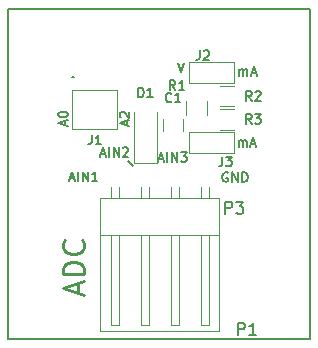
<source format=gbr>
G04 #@! TF.FileFunction,Legend,Top*
%FSLAX46Y46*%
G04 Gerber Fmt 4.6, Leading zero omitted, Abs format (unit mm)*
G04 Created by KiCad (PCBNEW 4.0.6) date 12/07/19 10:22:01*
%MOMM*%
%LPD*%
G01*
G04 APERTURE LIST*
%ADD10C,0.100000*%
%ADD11C,0.150000*%
%ADD12C,0.250000*%
%ADD13C,0.120000*%
G04 APERTURE END LIST*
D10*
D11*
X144086000Y-68475000D02*
X144261000Y-68475000D01*
X158200286Y-74411905D02*
X158200286Y-73878571D01*
X158200286Y-73954762D02*
X158238381Y-73916667D01*
X158314572Y-73878571D01*
X158428858Y-73878571D01*
X158505048Y-73916667D01*
X158543143Y-73992857D01*
X158543143Y-74411905D01*
X158543143Y-73992857D02*
X158581239Y-73916667D01*
X158657429Y-73878571D01*
X158771715Y-73878571D01*
X158847905Y-73916667D01*
X158886000Y-73992857D01*
X158886000Y-74411905D01*
X159228858Y-74183333D02*
X159609810Y-74183333D01*
X159152667Y-74411905D02*
X159419334Y-73611905D01*
X159686001Y-74411905D01*
X158250286Y-68386905D02*
X158250286Y-67853571D01*
X158250286Y-67929762D02*
X158288381Y-67891667D01*
X158364572Y-67853571D01*
X158478858Y-67853571D01*
X158555048Y-67891667D01*
X158593143Y-67967857D01*
X158593143Y-68386905D01*
X158593143Y-67967857D02*
X158631239Y-67891667D01*
X158707429Y-67853571D01*
X158821715Y-67853571D01*
X158897905Y-67891667D01*
X158936000Y-67967857D01*
X158936000Y-68386905D01*
X159278858Y-68158333D02*
X159659810Y-68158333D01*
X159202667Y-68386905D02*
X159469334Y-67586905D01*
X159736001Y-68386905D01*
X153019333Y-67311905D02*
X153286000Y-68111905D01*
X153552667Y-67311905D01*
X148836000Y-75650000D02*
X149236000Y-76050000D01*
X148694333Y-72596428D02*
X148694333Y-72215476D01*
X148922905Y-72672619D02*
X148122905Y-72405952D01*
X148922905Y-72139285D01*
X148199095Y-71910714D02*
X148161000Y-71872619D01*
X148122905Y-71796428D01*
X148122905Y-71605952D01*
X148161000Y-71529762D01*
X148199095Y-71491666D01*
X148275286Y-71453571D01*
X148351476Y-71453571D01*
X148465762Y-71491666D01*
X148922905Y-71948809D01*
X148922905Y-71453571D01*
X143494333Y-72596428D02*
X143494333Y-72215476D01*
X143722905Y-72672619D02*
X142922905Y-72405952D01*
X143722905Y-72139285D01*
X142922905Y-71720238D02*
X142922905Y-71644047D01*
X142961000Y-71567857D01*
X142999095Y-71529762D01*
X143075286Y-71491666D01*
X143227667Y-71453571D01*
X143418143Y-71453571D01*
X143570524Y-71491666D01*
X143646714Y-71529762D01*
X143684810Y-71567857D01*
X143722905Y-71644047D01*
X143722905Y-71720238D01*
X143684810Y-71796428D01*
X143646714Y-71834524D01*
X143570524Y-71872619D01*
X143418143Y-71910714D01*
X143227667Y-71910714D01*
X143075286Y-71872619D01*
X142999095Y-71834524D01*
X142961000Y-71796428D01*
X142922905Y-71720238D01*
X157270524Y-76625000D02*
X157194333Y-76586905D01*
X157080048Y-76586905D01*
X156965762Y-76625000D01*
X156889571Y-76701190D01*
X156851476Y-76777381D01*
X156813381Y-76929762D01*
X156813381Y-77044048D01*
X156851476Y-77196429D01*
X156889571Y-77272619D01*
X156965762Y-77348810D01*
X157080048Y-77386905D01*
X157156238Y-77386905D01*
X157270524Y-77348810D01*
X157308619Y-77310714D01*
X157308619Y-77044048D01*
X157156238Y-77044048D01*
X157651476Y-77386905D02*
X157651476Y-76586905D01*
X158108619Y-77386905D01*
X158108619Y-76586905D01*
X158489571Y-77386905D02*
X158489571Y-76586905D01*
X158680047Y-76586905D01*
X158794333Y-76625000D01*
X158870524Y-76701190D01*
X158908619Y-76777381D01*
X158946714Y-76929762D01*
X158946714Y-77044048D01*
X158908619Y-77196429D01*
X158870524Y-77272619D01*
X158794333Y-77348810D01*
X158680047Y-77386905D01*
X158489571Y-77386905D01*
X151430048Y-75458333D02*
X151811000Y-75458333D01*
X151353857Y-75686905D02*
X151620524Y-74886905D01*
X151887191Y-75686905D01*
X152153857Y-75686905D02*
X152153857Y-74886905D01*
X152534809Y-75686905D02*
X152534809Y-74886905D01*
X152991952Y-75686905D01*
X152991952Y-74886905D01*
X153296714Y-74886905D02*
X153791952Y-74886905D01*
X153525285Y-75191667D01*
X153639571Y-75191667D01*
X153715761Y-75229762D01*
X153753857Y-75267857D01*
X153791952Y-75344048D01*
X153791952Y-75534524D01*
X153753857Y-75610714D01*
X153715761Y-75648810D01*
X153639571Y-75686905D01*
X153410999Y-75686905D01*
X153334809Y-75648810D01*
X153296714Y-75610714D01*
X146488381Y-75033333D02*
X146869333Y-75033333D01*
X146412190Y-75261905D02*
X146678857Y-74461905D01*
X146945524Y-75261905D01*
X147212190Y-75261905D02*
X147212190Y-74461905D01*
X147593142Y-75261905D02*
X147593142Y-74461905D01*
X148050285Y-75261905D01*
X148050285Y-74461905D01*
X148393142Y-74538095D02*
X148431237Y-74500000D01*
X148507428Y-74461905D01*
X148697904Y-74461905D01*
X148774094Y-74500000D01*
X148812190Y-74538095D01*
X148850285Y-74614286D01*
X148850285Y-74690476D01*
X148812190Y-74804762D01*
X148355047Y-75261905D01*
X148850285Y-75261905D01*
X143871715Y-77083333D02*
X144252667Y-77083333D01*
X143795524Y-77311905D02*
X144062191Y-76511905D01*
X144328858Y-77311905D01*
X144595524Y-77311905D02*
X144595524Y-76511905D01*
X144976476Y-77311905D02*
X144976476Y-76511905D01*
X145433619Y-77311905D01*
X145433619Y-76511905D01*
X146233619Y-77311905D02*
X145776476Y-77311905D01*
X146005047Y-77311905D02*
X146005047Y-76511905D01*
X145928857Y-76626190D01*
X145852666Y-76702381D01*
X145776476Y-76740476D01*
D12*
X144611000Y-86803571D02*
X144611000Y-85946428D01*
X145125286Y-86974999D02*
X143325286Y-86374999D01*
X145125286Y-85774999D01*
X145125286Y-85175000D02*
X143325286Y-85175000D01*
X143325286Y-84746428D01*
X143411000Y-84489285D01*
X143582429Y-84317857D01*
X143753857Y-84232142D01*
X144096714Y-84146428D01*
X144353857Y-84146428D01*
X144696714Y-84232142D01*
X144868143Y-84317857D01*
X145039571Y-84489285D01*
X145125286Y-84746428D01*
X145125286Y-85175000D01*
X144953857Y-82346428D02*
X145039571Y-82432142D01*
X145125286Y-82689285D01*
X145125286Y-82860714D01*
X145039571Y-83117857D01*
X144868143Y-83289285D01*
X144696714Y-83375000D01*
X144353857Y-83460714D01*
X144096714Y-83460714D01*
X143753857Y-83375000D01*
X143582429Y-83289285D01*
X143411000Y-83117857D01*
X143325286Y-82860714D01*
X143325286Y-82689285D01*
X143411000Y-82432142D01*
X143496714Y-82346428D01*
D11*
X164241000Y-62745000D02*
X138701000Y-62745000D01*
X164241000Y-90675000D02*
X164241000Y-62745000D01*
X138701000Y-90675000D02*
X164241000Y-90675000D01*
X138701000Y-62745000D02*
X138701000Y-90675000D01*
D13*
X153111000Y-89525000D02*
X153111000Y-81925000D01*
X152471000Y-89525000D02*
X153111000Y-89525000D01*
X152471000Y-81925000D02*
X152471000Y-89525000D01*
X152471000Y-78725000D02*
X152471000Y-77825000D01*
X153111000Y-77825000D02*
X153111000Y-78725000D01*
X153111000Y-77825000D02*
X153111000Y-78725000D01*
X152471000Y-78725000D02*
X152471000Y-77825000D01*
X152471000Y-81925000D02*
X152471000Y-89525000D01*
X152471000Y-89525000D02*
X153111000Y-89525000D01*
X153111000Y-89525000D02*
X153111000Y-81925000D01*
X153111000Y-89525000D02*
X153111000Y-81925000D01*
X152471000Y-89525000D02*
X153111000Y-89525000D01*
X152471000Y-81925000D02*
X152471000Y-89525000D01*
X152471000Y-78725000D02*
X152471000Y-77825000D01*
X153111000Y-77825000D02*
X153111000Y-78725000D01*
X153111000Y-77825000D02*
X153111000Y-78725000D01*
X152471000Y-78725000D02*
X152471000Y-77825000D01*
X152471000Y-81925000D02*
X152471000Y-89525000D01*
X152471000Y-89525000D02*
X153111000Y-89525000D01*
X153111000Y-89525000D02*
X153111000Y-81925000D01*
X155651000Y-89525000D02*
X155651000Y-81925000D01*
X155011000Y-89525000D02*
X155651000Y-89525000D01*
X155011000Y-81925000D02*
X155011000Y-89525000D01*
X155011000Y-78725000D02*
X155011000Y-77825000D01*
X155651000Y-77825000D02*
X155651000Y-78725000D01*
X155651000Y-77825000D02*
X155651000Y-78725000D01*
X155011000Y-78725000D02*
X155011000Y-77825000D01*
X155011000Y-81925000D02*
X155011000Y-89525000D01*
X155011000Y-89525000D02*
X155651000Y-89525000D01*
X155651000Y-89525000D02*
X155651000Y-81925000D01*
X155651000Y-89525000D02*
X155651000Y-81925000D01*
X155011000Y-89525000D02*
X155651000Y-89525000D01*
X155011000Y-81925000D02*
X155011000Y-89525000D01*
X155011000Y-78725000D02*
X155011000Y-77825000D01*
X155651000Y-77825000D02*
X155651000Y-78725000D01*
X155651000Y-77825000D02*
X155651000Y-78725000D01*
X155011000Y-78725000D02*
X155011000Y-77825000D01*
X155011000Y-81925000D02*
X155011000Y-89525000D01*
X155011000Y-89525000D02*
X155651000Y-89525000D01*
X155651000Y-89525000D02*
X155651000Y-81925000D01*
X150571000Y-89525000D02*
X150571000Y-81925000D01*
X149931000Y-89525000D02*
X150571000Y-89525000D01*
X149931000Y-81925000D02*
X149931000Y-89525000D01*
X149931000Y-78725000D02*
X149931000Y-77825000D01*
X150571000Y-77825000D02*
X150571000Y-78725000D01*
X150571000Y-77825000D02*
X150571000Y-78725000D01*
X149931000Y-78725000D02*
X149931000Y-77825000D01*
X149931000Y-81925000D02*
X149931000Y-89525000D01*
X149931000Y-89525000D02*
X150571000Y-89525000D01*
X150571000Y-89525000D02*
X150571000Y-81925000D01*
X150571000Y-89525000D02*
X150571000Y-81925000D01*
X149931000Y-89525000D02*
X150571000Y-89525000D01*
X149931000Y-81925000D02*
X149931000Y-89525000D01*
X149931000Y-78725000D02*
X149931000Y-77825000D01*
X150571000Y-77825000D02*
X150571000Y-78725000D01*
X150571000Y-77825000D02*
X150571000Y-78725000D01*
X149931000Y-78725000D02*
X149931000Y-77825000D01*
X149931000Y-81925000D02*
X149931000Y-89525000D01*
X149931000Y-89525000D02*
X150571000Y-89525000D01*
X150571000Y-89525000D02*
X150571000Y-81925000D01*
X148031000Y-89525000D02*
X148031000Y-81925000D01*
X147391000Y-89525000D02*
X148031000Y-89525000D01*
X147391000Y-81925000D02*
X147391000Y-89525000D01*
X147391000Y-78725000D02*
X147391000Y-77825000D01*
X148031000Y-77825000D02*
X148031000Y-78725000D01*
X148031000Y-77825000D02*
X148031000Y-78725000D01*
X147391000Y-78725000D02*
X147391000Y-77825000D01*
X147391000Y-81925000D02*
X147391000Y-89525000D01*
X147391000Y-89525000D02*
X148031000Y-89525000D01*
X148031000Y-89525000D02*
X148031000Y-81925000D01*
X148031000Y-89525000D02*
X148031000Y-81925000D01*
X147391000Y-89525000D02*
X148031000Y-89525000D01*
X147391000Y-81925000D02*
X147391000Y-89525000D01*
X147391000Y-78725000D02*
X147391000Y-77825000D01*
X148031000Y-77825000D02*
X148031000Y-78725000D01*
X148031000Y-77825000D02*
X148031000Y-78725000D01*
X147391000Y-78725000D02*
X147391000Y-77825000D01*
X147391000Y-81925000D02*
X147391000Y-89525000D01*
X147391000Y-89525000D02*
X148031000Y-89525000D01*
X148031000Y-89525000D02*
X148031000Y-81925000D01*
X156521000Y-81925000D02*
X146421000Y-81925000D01*
X146421000Y-78725000D02*
X146421000Y-90035000D01*
X146421000Y-90035000D02*
X156521000Y-90035000D01*
X156521000Y-90035000D02*
X156521000Y-78725000D01*
X156521000Y-78725000D02*
X146421000Y-78725000D01*
X155516000Y-70550000D02*
X155516000Y-71750000D01*
X153756000Y-71750000D02*
X153756000Y-70550000D01*
X157786000Y-71005000D02*
X156586000Y-71005000D01*
X156586000Y-69245000D02*
X157786000Y-69245000D01*
X151811000Y-72050000D02*
X151811000Y-73050000D01*
X153511000Y-73050000D02*
X153511000Y-72050000D01*
X149311000Y-71450000D02*
X149311000Y-75750000D01*
X149311000Y-75750000D02*
X151311000Y-75750000D01*
X151311000Y-75750000D02*
X151311000Y-71450000D01*
X157786000Y-72980000D02*
X156586000Y-72980000D01*
X156586000Y-71220000D02*
X157786000Y-71220000D01*
X154001000Y-69040000D02*
X157821000Y-69040000D01*
X157821000Y-69040000D02*
X157821000Y-67260000D01*
X157821000Y-67260000D02*
X154001000Y-67260000D01*
X154001000Y-69040000D02*
X154001000Y-67260000D01*
X154001000Y-74965000D02*
X157821000Y-74965000D01*
X157821000Y-74965000D02*
X157821000Y-73185000D01*
X157821000Y-73185000D02*
X154001000Y-73185000D01*
X154001000Y-74965000D02*
X154001000Y-73185000D01*
X147921000Y-71110000D02*
X147921000Y-69580000D01*
X144101000Y-71110000D02*
X144101000Y-69580000D01*
X147921000Y-69580000D02*
X144101000Y-69580000D01*
X144101000Y-71110000D02*
X144101000Y-72890000D01*
X144101000Y-72890000D02*
X147921000Y-72890000D01*
X147921000Y-71110000D02*
X147921000Y-72890000D01*
D11*
X158147905Y-90327381D02*
X158147905Y-89327381D01*
X158528858Y-89327381D01*
X158624096Y-89375000D01*
X158671715Y-89422619D01*
X158719334Y-89517857D01*
X158719334Y-89660714D01*
X158671715Y-89755952D01*
X158624096Y-89803571D01*
X158528858Y-89851190D01*
X158147905Y-89851190D01*
X159671715Y-90327381D02*
X159100286Y-90327381D01*
X159386000Y-90327381D02*
X159386000Y-89327381D01*
X159290762Y-89470238D01*
X159195524Y-89565476D01*
X159100286Y-89613095D01*
X157072905Y-80077381D02*
X157072905Y-79077381D01*
X157453858Y-79077381D01*
X157549096Y-79125000D01*
X157596715Y-79172619D01*
X157644334Y-79267857D01*
X157644334Y-79410714D01*
X157596715Y-79505952D01*
X157549096Y-79553571D01*
X157453858Y-79601190D01*
X157072905Y-79601190D01*
X157977667Y-79077381D02*
X158596715Y-79077381D01*
X158263381Y-79458333D01*
X158406239Y-79458333D01*
X158501477Y-79505952D01*
X158549096Y-79553571D01*
X158596715Y-79648810D01*
X158596715Y-79886905D01*
X158549096Y-79982143D01*
X158501477Y-80029762D01*
X158406239Y-80077381D01*
X158120524Y-80077381D01*
X158025286Y-80029762D01*
X157977667Y-79982143D01*
X152827667Y-69586905D02*
X152561000Y-69205952D01*
X152370524Y-69586905D02*
X152370524Y-68786905D01*
X152675286Y-68786905D01*
X152751477Y-68825000D01*
X152789572Y-68863095D01*
X152827667Y-68939286D01*
X152827667Y-69053571D01*
X152789572Y-69129762D01*
X152751477Y-69167857D01*
X152675286Y-69205952D01*
X152370524Y-69205952D01*
X153589572Y-69586905D02*
X153132429Y-69586905D01*
X153361000Y-69586905D02*
X153361000Y-68786905D01*
X153284810Y-68901190D01*
X153208619Y-68977381D01*
X153132429Y-69015476D01*
X159277667Y-70511905D02*
X159011000Y-70130952D01*
X158820524Y-70511905D02*
X158820524Y-69711905D01*
X159125286Y-69711905D01*
X159201477Y-69750000D01*
X159239572Y-69788095D01*
X159277667Y-69864286D01*
X159277667Y-69978571D01*
X159239572Y-70054762D01*
X159201477Y-70092857D01*
X159125286Y-70130952D01*
X158820524Y-70130952D01*
X159582429Y-69788095D02*
X159620524Y-69750000D01*
X159696715Y-69711905D01*
X159887191Y-69711905D01*
X159963381Y-69750000D01*
X160001477Y-69788095D01*
X160039572Y-69864286D01*
X160039572Y-69940476D01*
X160001477Y-70054762D01*
X159544334Y-70511905D01*
X160039572Y-70511905D01*
X152502667Y-70560714D02*
X152464572Y-70598810D01*
X152350286Y-70636905D01*
X152274096Y-70636905D01*
X152159810Y-70598810D01*
X152083619Y-70522619D01*
X152045524Y-70446429D01*
X152007429Y-70294048D01*
X152007429Y-70179762D01*
X152045524Y-70027381D01*
X152083619Y-69951190D01*
X152159810Y-69875000D01*
X152274096Y-69836905D01*
X152350286Y-69836905D01*
X152464572Y-69875000D01*
X152502667Y-69913095D01*
X153264572Y-70636905D02*
X152807429Y-70636905D01*
X153036000Y-70636905D02*
X153036000Y-69836905D01*
X152959810Y-69951190D01*
X152883619Y-70027381D01*
X152807429Y-70065476D01*
X149695524Y-70211905D02*
X149695524Y-69411905D01*
X149886000Y-69411905D01*
X150000286Y-69450000D01*
X150076477Y-69526190D01*
X150114572Y-69602381D01*
X150152667Y-69754762D01*
X150152667Y-69869048D01*
X150114572Y-70021429D01*
X150076477Y-70097619D01*
X150000286Y-70173810D01*
X149886000Y-70211905D01*
X149695524Y-70211905D01*
X150914572Y-70211905D02*
X150457429Y-70211905D01*
X150686000Y-70211905D02*
X150686000Y-69411905D01*
X150609810Y-69526190D01*
X150533619Y-69602381D01*
X150457429Y-69640476D01*
X159277667Y-72461905D02*
X159011000Y-72080952D01*
X158820524Y-72461905D02*
X158820524Y-71661905D01*
X159125286Y-71661905D01*
X159201477Y-71700000D01*
X159239572Y-71738095D01*
X159277667Y-71814286D01*
X159277667Y-71928571D01*
X159239572Y-72004762D01*
X159201477Y-72042857D01*
X159125286Y-72080952D01*
X158820524Y-72080952D01*
X159544334Y-71661905D02*
X160039572Y-71661905D01*
X159772905Y-71966667D01*
X159887191Y-71966667D01*
X159963381Y-72004762D01*
X160001477Y-72042857D01*
X160039572Y-72119048D01*
X160039572Y-72309524D01*
X160001477Y-72385714D01*
X159963381Y-72423810D01*
X159887191Y-72461905D01*
X159658619Y-72461905D01*
X159582429Y-72423810D01*
X159544334Y-72385714D01*
X154894334Y-66261905D02*
X154894334Y-66833333D01*
X154856238Y-66947619D01*
X154780048Y-67023810D01*
X154665762Y-67061905D01*
X154589572Y-67061905D01*
X155237191Y-66338095D02*
X155275286Y-66300000D01*
X155351477Y-66261905D01*
X155541953Y-66261905D01*
X155618143Y-66300000D01*
X155656239Y-66338095D01*
X155694334Y-66414286D01*
X155694334Y-66490476D01*
X155656239Y-66604762D01*
X155199096Y-67061905D01*
X155694334Y-67061905D01*
X156794334Y-75261905D02*
X156794334Y-75833333D01*
X156756238Y-75947619D01*
X156680048Y-76023810D01*
X156565762Y-76061905D01*
X156489572Y-76061905D01*
X157099096Y-75261905D02*
X157594334Y-75261905D01*
X157327667Y-75566667D01*
X157441953Y-75566667D01*
X157518143Y-75604762D01*
X157556239Y-75642857D01*
X157594334Y-75719048D01*
X157594334Y-75909524D01*
X157556239Y-75985714D01*
X157518143Y-76023810D01*
X157441953Y-76061905D01*
X157213381Y-76061905D01*
X157137191Y-76023810D01*
X157099096Y-75985714D01*
X145744334Y-73411905D02*
X145744334Y-73983333D01*
X145706238Y-74097619D01*
X145630048Y-74173810D01*
X145515762Y-74211905D01*
X145439572Y-74211905D01*
X146544334Y-74211905D02*
X146087191Y-74211905D01*
X146315762Y-74211905D02*
X146315762Y-73411905D01*
X146239572Y-73526190D01*
X146163381Y-73602381D01*
X146087191Y-73640476D01*
M02*

</source>
